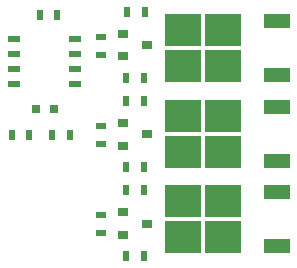
<source format=gbr>
G04 #@! TF.GenerationSoftware,KiCad,Pcbnew,(5.0.0)*
G04 #@! TF.CreationDate,2020-05-23T19:44:18-07:00*
G04 #@! TF.ProjectId,WS2811 Expander,57533238313120457870616E6465722E,rev?*
G04 #@! TF.SameCoordinates,Original*
G04 #@! TF.FileFunction,Paste,Top*
G04 #@! TF.FilePolarity,Positive*
%FSLAX46Y46*%
G04 Gerber Fmt 4.6, Leading zero omitted, Abs format (unit mm)*
G04 Created by KiCad (PCBNEW (5.0.0)) date 05/23/20 19:44:18*
%MOMM*%
%LPD*%
G01*
G04 APERTURE LIST*
%ADD10R,0.500000X0.900000*%
%ADD11R,0.900000X0.500000*%
%ADD12R,0.800000X0.750000*%
%ADD13R,3.050000X2.750000*%
%ADD14R,2.200000X1.200000*%
%ADD15R,0.900000X0.800000*%
%ADD16R,1.100000X0.500000*%
G04 APERTURE END LIST*
D10*
G04 #@! TO.C,R11 *
X139140000Y-28480000D03*
X140640000Y-28480000D03*
G04 #@! TD*
G04 #@! TO.C,R6 *
X146490000Y-33790000D03*
X147990000Y-33790000D03*
G04 #@! TD*
G04 #@! TO.C,R8 *
X141730000Y-38580000D03*
X140230000Y-38580000D03*
G04 #@! TD*
G04 #@! TO.C,R7 *
X136780000Y-38580000D03*
X138280000Y-38580000D03*
G04 #@! TD*
G04 #@! TO.C,R4 *
X146490000Y-48880000D03*
X147990000Y-48880000D03*
G04 #@! TD*
G04 #@! TO.C,R5 *
X146490000Y-41360000D03*
X147990000Y-41360000D03*
G04 #@! TD*
D11*
G04 #@! TO.C,R12*
X144310000Y-46890000D03*
X144310000Y-45390000D03*
G04 #@! TD*
G04 #@! TO.C,R13*
X144370000Y-39340000D03*
X144370000Y-37840000D03*
G04 #@! TD*
D10*
G04 #@! TO.C,R1*
X147990000Y-43300000D03*
X146490000Y-43300000D03*
G04 #@! TD*
G04 #@! TO.C,R2*
X147990000Y-35730000D03*
X146490000Y-35730000D03*
G04 #@! TD*
D11*
G04 #@! TO.C,R14*
X144350000Y-31830000D03*
X144350000Y-30330000D03*
G04 #@! TD*
D12*
G04 #@! TO.C,C1 *
X140330000Y-36390000D03*
X138830000Y-36390000D03*
G04 #@! TD*
D10*
G04 #@! TO.C,R3*
X148030000Y-28180000D03*
X146530000Y-28180000D03*
G04 #@! TD*
D13*
G04 #@! TO.C,Q2*
X154635000Y-44215000D03*
X151285000Y-47265000D03*
X154635000Y-47265000D03*
X151285000Y-44215000D03*
D14*
X159260000Y-43460000D03*
X159260000Y-48020000D03*
G04 #@! TD*
G04 #@! TO.C,Q5*
X159260000Y-40780000D03*
X159260000Y-36220000D03*
D13*
X151285000Y-36975000D03*
X154635000Y-40025000D03*
X151285000Y-40025000D03*
X154635000Y-36975000D03*
G04 #@! TD*
G04 #@! TO.C,Q6*
X154635000Y-29735000D03*
X151285000Y-32785000D03*
X154635000Y-32785000D03*
X151285000Y-29735000D03*
D14*
X159260000Y-28980000D03*
X159260000Y-33540000D03*
G04 #@! TD*
D15*
G04 #@! TO.C,Q1 *
X148240000Y-46110000D03*
X146240000Y-47060000D03*
X146240000Y-45160000D03*
G04 #@! TD*
D16*
G04 #@! TO.C,U1*
X142140000Y-30455000D03*
X136940000Y-30455000D03*
X142140000Y-31725000D03*
X142140000Y-32995000D03*
X142140000Y-34265000D03*
X136940000Y-31725000D03*
X136940000Y-32995000D03*
X136940000Y-34265000D03*
G04 #@! TD*
D15*
G04 #@! TO.C,Q3 *
X146240000Y-37605000D03*
X146240000Y-39505000D03*
X148240000Y-38555000D03*
G04 #@! TD*
G04 #@! TO.C,Q4 *
X148240000Y-31000000D03*
X146240000Y-31950000D03*
X146240000Y-30050000D03*
G04 #@! TD*
M02*

</source>
